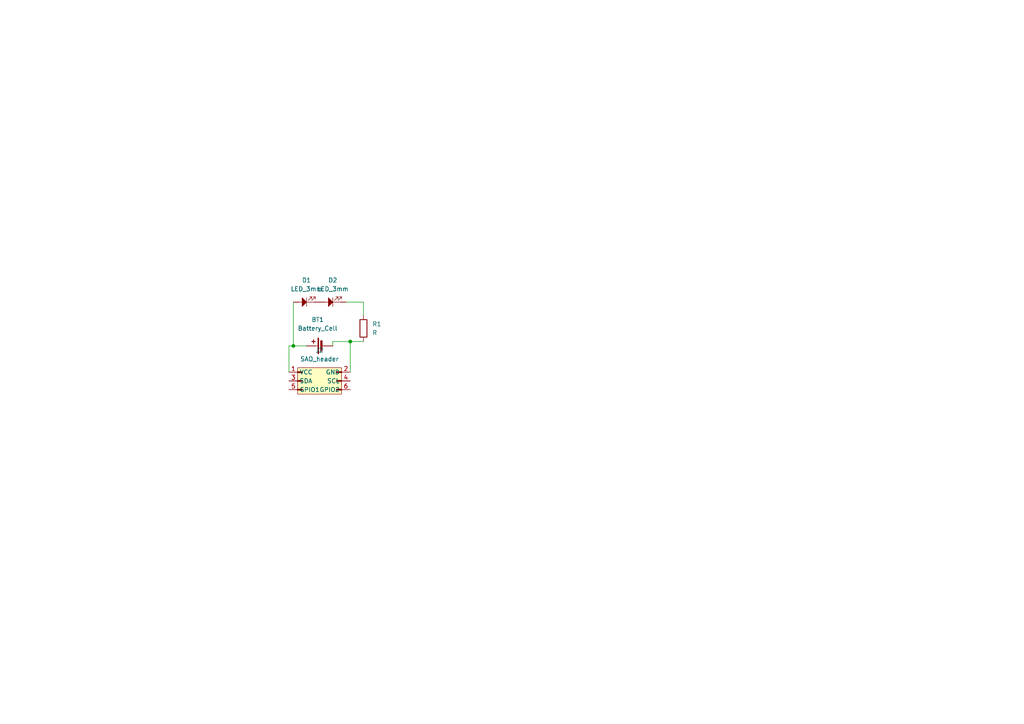
<source format=kicad_sch>
(kicad_sch (version 20231120) (generator "eeschema") (generator_version "8.0")
  (paper "A4")
  (lib_symbols
    (symbol "Device:Battery_Cell" (pin_numbers hide) (pin_names (offset 0) hide)
      (property "Reference" "BT" (at 2.54 2.54 0))
      (property "Value" "Battery_Cell" (at 2.54 0 0))
      (symbol "Battery_Cell_0_1"
        (rectangle (start -2.286 1.778) (end 2.286 1.524) (fill (type outline)))
        (rectangle (start -1.524 1.016) (end 1.524 0.508) (fill (type outline)))
        (polyline (pts (xy 0 0.762) (xy 0 0)))
        (polyline (pts (xy 0 1.778) (xy 0 2.54)))
        (polyline (pts (xy 0.762 3.048) (xy 1.778 3.048)) (stroke (width 0.254)))
        (polyline (pts (xy 1.27 3.556) (xy 1.27 2.54)) (stroke (width 0.254)))
      )
      (symbol "Battery_Cell_1_1"
        (pin passive line (at 0 5.08 270) (length 2.54) (name "+") (number "1"))
        (pin passive line (at 0 -2.54 90) (length 2.54) (name "-") (number "2"))
      )
    )
    (symbol "Device:R" (pin_numbers hide) (pin_names (offset 0))
      (property "Reference" "R" (at 2.032 0 90))
      (property "Value" "R" (at 0 0 90))
      (symbol "R_0_1"
        (rectangle (start -1.016 -2.54) (end 1.016 2.54) (stroke (width 0.254)))
      )
      (symbol "R_1_1"
        (pin passive line (at 0 3.81 270) (length 1.27) (name "~") (number "1"))
        (pin passive line (at 0 -3.81 90) (length 1.27) (name "~") (number "2"))
      )
    )
    (symbol "PCM_SL_Devices:LED_3mm"
      (property "Reference" "D" (at -0.508 5.334 0))
      (property "Value" "LED_3mm" (at -0.508 2.794 0))
      (symbol "LED_3mm_0_1"
        (polyline (pts (xy -1.27 0) (xy -2.54 0)))
        (polyline (pts (xy 0 1.27) (xy 0 -1.27)))
        (polyline (pts (xy 0.508 0.508) (xy 1.524 1.524)))
        (polyline (pts (xy 1.27 0) (xy 2.54 0)))
        (polyline (pts (xy 1.524 0.508) (xy 2.54 1.524)))
        (polyline (pts (xy 1.524 1.524) (xy 0.889 1.524)))
        (polyline (pts (xy 1.524 1.524) (xy 1.524 0.889)))
        (polyline (pts (xy 2.54 1.524) (xy 1.905 1.524)))
        (polyline (pts (xy 2.54 1.524) (xy 2.54 0.889)))
        (polyline (pts (xy 0 0) (xy -1.27 -1.27) (xy -1.27 1.27) (xy 0 0) (xy 1.27 0)) (fill (type outline)))
      )
      (symbol "LED_3mm_1_1"
        (pin passive line (at 3.81 0 180) (length 1.5) (name "~") (number "1"))
        (pin passive line (at -3.81 0 0) (length 1.5) (name "") (number "2"))
      )
    )
    (symbol "PCM_SL_Pin_Headers:SAO_header"
      (property "Reference" "J2" (at 5.08 2.54 90))
      (property "Value" "SAO_header" (at 2.54 2.54 90))
      (symbol "SAO_header_0_1"
        (rectangle (start -7.62 5.08) (end 0 -7.62) (fill (type background)))
        (polyline (pts (xy -6.35 5.08) (xy -6.35 3.81)) (stroke (width 0.5)))
        (polyline (pts (xy -6.3405 -6.2523) (xy -6.3405 -7.5223)) (stroke (width 0.5)))
        (polyline (pts (xy -3.81 5.08) (xy -3.81 3.81)) (stroke (width 0.3)))
        (polyline (pts (xy -3.81 5.08) (xy -3.81 3.81)) (stroke (width 0.5)))
        (polyline (pts (xy -3.8005 -6.2523) (xy -3.8005 -7.5223)) (stroke (width 0.5)))
        (polyline (pts (xy -1.27 5.08) (xy -1.27 3.81)) (stroke (width 0.5)))
        (polyline (pts (xy -1.2605 -6.2523) (xy -1.2605 -7.5223)) (stroke (width 0.5)))
      )
      (symbol "SAO_header_1_1"
        (pin power_in line (at -1.27 7.62 270) (length 2.54) (name "VCC") (number "1"))
        (pin power_in line (at -1.27 -10.16 90) (length 2.54) (name "GND") (number "2"))
        (pin passive line (at -3.81 7.62 270) (length 2.54) (name "SDA") (number "3"))
        (pin passive line (at -3.81 -10.16 90) (length 2.54) (name "SCL") (number "4"))
        (pin passive line (at -6.35 7.62 270) (length 2.54) (name "GPIO1") (number "5"))
        (pin passive line (at -6.35 -10.16 90) (length 2.54) (name "GPIO2") (number "6"))
      )
    )
  )
  (junction (at 85.09 100.33))
  (junction (at 101.6 99.06))
  (wire (pts (xy 83.82 100.33) (xy 85.09 100.33)))
  (wire (pts (xy 105.41 99.06) (xy 101.6 99.06)))
  (wire (pts (xy 101.6 99.06) (xy 101.6 107.95)))
  (wire (pts (xy 100.33 87.63) (xy 105.41 87.63)))
  (wire (pts (xy 88.9 100.33) (xy 85.09 100.33)))
  (wire (pts (xy 105.41 87.63) (xy 105.41 91.44)))
  (wire (pts (xy 96.52 99.06) (xy 96.52 100.33)))
  (wire (pts (xy 85.09 100.33) (xy 85.09 87.63)))
  (wire (pts (xy 101.6 99.06) (xy 96.52 99.06)))
  (wire (pts (xy 83.82 107.95) (xy 83.82 100.33)))
  (symbol (lib_id "Device:Battery_Cell") (at 93.98 100.33 90) (unit 1)
    (property "Reference" "BT1" (at 92.1385 92.71 90))
    (property "Value" "Battery_Cell" (at 92.1385 95.25 90))
    (property "Footprint" "Battery:BatteryHolder_Keystone_1060_1x2032" (effects (hide yes)))
    (property "Description" "Single-cell battery" (effects (hide yes)))
  )
  (symbol (lib_id "PCM_SL_Devices:LED_3mm") (at 88.9 87.63 0) (unit 1)
    (property "Reference" "D1" (at 88.9 81.28 0))
    (property "Value" "LED_3mm" (at 88.9 83.82 0))
    (property "Footprint" "LED_SMD:3mm LED sideways mount" (effects (hide yes)))
    (property "Description" "3mm diameter small LED" (effects (hide yes)))
  )
  (symbol (lib_id "PCM_SL_Devices:LED_3mm") (at 96.52 87.63 0) (unit 1)
    (property "Reference" "D2" (at 96.52 81.28 0))
    (property "Value" "LED_3mm" (at 96.52 83.82 0))
    (property "Footprint" "LED_SMD:3mm LED sideways mount" (effects (hide yes)))
    (property "Description" "3mm diameter small LED" (effects (hide yes)))
  )
  (symbol (lib_id "PCM_SL_Pin_Headers:SAO_header") (at 91.44 106.68 90) (unit 1)
    (property "Reference" "J2" (at 92.6611 101.6 90))
    (property "Value" "SAO_header" (at 92.6611 104.14 90))
    (property "Footprint" "DRCgraphics:Simple_Addon_v2-SAO-2x3 SMD" (effects (hide yes)))
    (property "Description" "Pin Header male with pin space 2.54mm. Pin Count -6" (effects (hide yes)))
  )
  (symbol (lib_id "Device:R") (at 105.41 95.25 0) (unit 1)
    (property "Reference" "R1" (at 107.95 93.9799 0) (effects (justify left)))
    (property "Value" "R" (at 107.95 96.5199 0) (effects (justify left)))
    (property "Footprint" "Resistor_SMD:R_2010_5025Metric_Pad1.40x2.65mm_HandSolder" (effects (hide yes)))
    (property "Description" "Resistor" (effects (hide yes)))
  )
)
</source>
